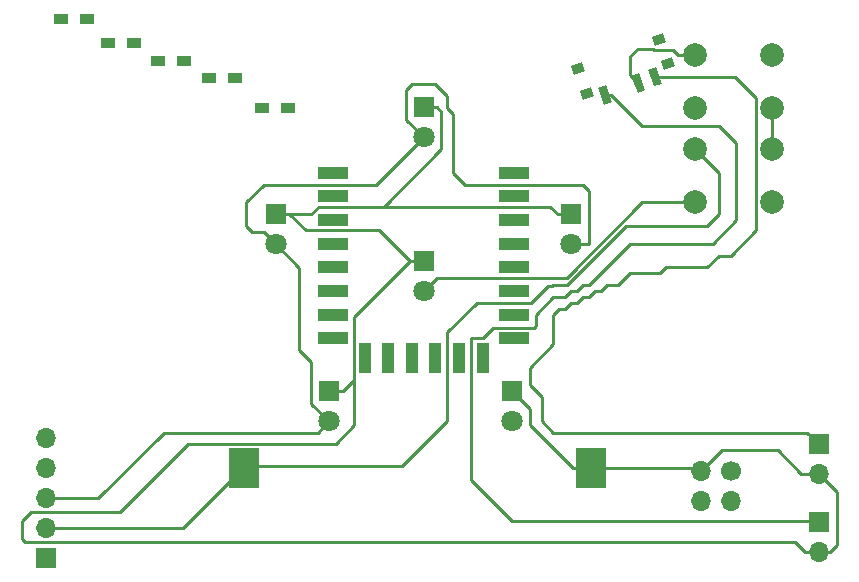
<source format=gbr>
G04 #@! TF.FileFunction,Copper,L2,Bot,Signal*
%FSLAX46Y46*%
G04 Gerber Fmt 4.6, Leading zero omitted, Abs format (unit mm)*
G04 Created by KiCad (PCBNEW 4.0.7) date 2018 August 25, Saturday 11:39:21*
%MOMM*%
%LPD*%
G01*
G04 APERTURE LIST*
%ADD10C,0.100000*%
%ADD11C,2.000000*%
%ADD12R,1.800000X1.800000*%
%ADD13C,1.800000*%
%ADD14C,1.700000*%
%ADD15O,1.700000X1.700000*%
%ADD16R,1.200000X0.900000*%
%ADD17R,2.500000X1.100000*%
%ADD18R,1.100000X2.500000*%
%ADD19R,1.700000X1.700000*%
%ADD20R,2.540000X3.510000*%
%ADD21C,0.250000*%
G04 APERTURE END LIST*
D10*
G36*
X51300693Y41274546D02*
X50787662Y42684085D01*
X51445447Y42923500D01*
X51958478Y41513961D01*
X51300693Y41274546D01*
X51300693Y41274546D01*
G37*
G36*
X54119771Y42300606D02*
X53606740Y43710145D01*
X54264525Y43949560D01*
X54777556Y42540021D01*
X54119771Y42300606D01*
X54119771Y42300606D01*
G37*
G36*
X55529310Y42813636D02*
X55016279Y44223175D01*
X55674064Y44462590D01*
X56187095Y43053051D01*
X55529310Y42813636D01*
X55529310Y42813636D01*
G37*
G36*
X48749705Y43751431D02*
X48476089Y44503185D01*
X49415781Y44845205D01*
X49689397Y44093451D01*
X48749705Y43751431D01*
X48749705Y43751431D01*
G37*
G36*
X55609461Y46248179D02*
X55335845Y46999933D01*
X56275537Y47341953D01*
X56549153Y46590199D01*
X55609461Y46248179D01*
X55609461Y46248179D01*
G37*
G36*
X56361906Y44180855D02*
X56088290Y44932609D01*
X57027982Y45274629D01*
X57301598Y44522875D01*
X56361906Y44180855D01*
X56361906Y44180855D01*
G37*
G36*
X49502150Y41684108D02*
X49228534Y42435862D01*
X50168226Y42777882D01*
X50441842Y42026128D01*
X49502150Y41684108D01*
X49502150Y41684108D01*
G37*
D11*
X65500000Y33000000D03*
X65500000Y37500000D03*
X59000000Y33000000D03*
X59000000Y37500000D03*
D12*
X48500000Y32000000D03*
D13*
X48500000Y29460000D03*
D12*
X43500000Y17000000D03*
D13*
X43500000Y14460000D03*
D12*
X28000000Y17000000D03*
D13*
X28000000Y14460000D03*
D12*
X23500000Y32000000D03*
D13*
X23500000Y29460000D03*
D14*
X62070000Y10270000D03*
D15*
X62070000Y7730000D03*
X59530000Y10270000D03*
X59530000Y7730000D03*
D12*
X36000000Y28040000D03*
D13*
X36000000Y25500000D03*
D11*
X59000000Y45500000D03*
X59000000Y41000000D03*
X65500000Y45500000D03*
X65500000Y41000000D03*
D12*
X36000000Y41040000D03*
D13*
X36000000Y38500000D03*
D16*
X22300000Y41000000D03*
X24500000Y41000000D03*
X20000000Y43500000D03*
X17800000Y43500000D03*
X15700000Y45000000D03*
X13500000Y45000000D03*
X11500000Y46500000D03*
X9300000Y46500000D03*
X7500000Y48500000D03*
X5300000Y48500000D03*
D17*
X43700000Y35500000D03*
X43700000Y33500000D03*
X43700000Y31500000D03*
X43700000Y29500000D03*
X43700000Y27500000D03*
X43700000Y25500000D03*
X43700000Y23500000D03*
X43700000Y21500000D03*
X28300000Y21500000D03*
X28300000Y23500000D03*
X28300000Y25500000D03*
X28300000Y27500000D03*
X28300000Y29500000D03*
X28300000Y31500000D03*
X28300000Y33500000D03*
X28300000Y35500000D03*
D18*
X41010000Y19800000D03*
X39010000Y19800000D03*
X37010000Y19800000D03*
X35010000Y19800000D03*
X33010000Y19800000D03*
X31010000Y19800000D03*
D19*
X4000000Y2880000D03*
D15*
X4000000Y5420000D03*
X4000000Y7960000D03*
X4000000Y10500000D03*
X4000000Y13040000D03*
D20*
X50180000Y10500000D03*
X20820000Y10500000D03*
D19*
X69500000Y5960000D03*
D15*
X69500000Y3420000D03*
D19*
X69500000Y12540000D03*
D15*
X69500000Y10000000D03*
D21*
X30134999Y17984999D02*
X30134999Y18000000D01*
X2784999Y6784999D02*
X10284999Y6784999D01*
X16080001Y12580001D02*
X28580001Y12580001D01*
X30134999Y18000000D02*
X30134999Y23324999D01*
X67472920Y4244999D02*
X2255001Y4244999D01*
X69500000Y3420000D02*
X68297919Y3420000D01*
X68297919Y3420000D02*
X67472920Y4244999D01*
X2255001Y4244999D02*
X2000000Y4500000D01*
X2000000Y6000000D02*
X2784999Y6784999D01*
X30134999Y14134999D02*
X30134999Y18000000D01*
X2000000Y4500000D02*
X2000000Y6000000D01*
X28580001Y12580001D02*
X30134999Y14134999D01*
X10284999Y6784999D02*
X16080001Y12580001D01*
X69500000Y10000000D02*
X71000000Y8500000D01*
X71000000Y8500000D02*
X71000000Y4000000D01*
X71000000Y4000000D02*
X70420000Y3420000D01*
X70420000Y3420000D02*
X69500000Y3420000D01*
X68324999Y10000000D02*
X68364999Y9960000D01*
X68364999Y9960000D02*
X69500000Y9960000D01*
X68000000Y10000000D02*
X68324999Y10000000D01*
X66000000Y12000000D02*
X68000000Y10000000D01*
X61260000Y12000000D02*
X66000000Y12000000D01*
X59530000Y10270000D02*
X61260000Y12000000D01*
X43500000Y17000000D02*
X45000000Y15500000D01*
X45000000Y15500000D02*
X45000000Y14160000D01*
X45000000Y14160000D02*
X48660000Y10500000D01*
X48660000Y10500000D02*
X50180000Y10500000D01*
X50180000Y10500000D02*
X59300000Y10500000D01*
X59300000Y10500000D02*
X59530000Y10270000D01*
X27124999Y32624999D02*
X32500000Y32624999D01*
X32500000Y32624999D02*
X32624999Y32624999D01*
X46725001Y32624999D02*
X32500000Y32624999D01*
X48500000Y32000000D02*
X47350000Y32000000D01*
X47350000Y32000000D02*
X46725001Y32624999D01*
X37500000Y37500000D02*
X37500000Y40690000D01*
X37500000Y40690000D02*
X37150000Y41040000D01*
X37150000Y41040000D02*
X36000000Y41040000D01*
X32624999Y32624999D02*
X37500000Y37500000D01*
X23500000Y32000000D02*
X26500000Y32000000D01*
X26500000Y32000000D02*
X27124999Y32624999D01*
X36000000Y28040000D02*
X34850000Y28040000D01*
X34850000Y28040000D02*
X32265001Y30624999D01*
X32265001Y30624999D02*
X26025001Y30624999D01*
X26025001Y30624999D02*
X24650000Y32000000D01*
X24650000Y32000000D02*
X23500000Y32000000D01*
X28000000Y17000000D02*
X29150000Y17000000D01*
X29150000Y17000000D02*
X30134999Y17984999D01*
X30134999Y23324999D02*
X34850000Y28040000D01*
X4000000Y5420000D02*
X15625000Y5420000D01*
X34215000Y10715000D02*
X38000000Y14500000D01*
X15625000Y5420000D02*
X20920000Y10715000D01*
X20920000Y10715000D02*
X34215000Y10715000D01*
X46500000Y25914998D02*
X46914998Y25914998D01*
X38000000Y14500000D02*
X38000000Y22000000D01*
X38000000Y22000000D02*
X40500000Y24500000D01*
X40500000Y24500000D02*
X45085002Y24500000D01*
X45085002Y24500000D02*
X46500000Y25914998D01*
X46914998Y25914998D02*
X47000000Y26000000D01*
X47000000Y26000000D02*
X48136410Y26000000D01*
X48136410Y26000000D02*
X53136410Y31000000D01*
X53136410Y31000000D02*
X55000000Y31000000D01*
X65500000Y37500000D02*
X65500000Y41000000D01*
X60000000Y31000000D02*
X61000000Y32000000D01*
X54000000Y31000000D02*
X60000000Y31000000D01*
X61000000Y32000000D02*
X61000000Y35500000D01*
X61000000Y35500000D02*
X59000000Y37500000D01*
X48124999Y26624999D02*
X54500000Y33000000D01*
X54500000Y33000000D02*
X59000000Y33000000D01*
X36000000Y25500000D02*
X37124999Y26624999D01*
X37124999Y26624999D02*
X48124999Y26624999D01*
X54125320Y46000000D02*
X55398006Y46000000D01*
X55398006Y46000000D02*
X55474837Y45923169D01*
X55474837Y45923169D02*
X57162618Y45923169D01*
X57162618Y45923169D02*
X57585787Y45500000D01*
X57585787Y45500000D02*
X59000000Y45500000D01*
X53500000Y43817231D02*
X53500000Y45374680D01*
X53500000Y45374680D02*
X54125320Y46000000D01*
X54192148Y43125083D02*
X53500000Y43817231D01*
X14000000Y13500000D02*
X27040000Y13500000D01*
X6460000Y7960000D02*
X8460000Y7960000D01*
X8460000Y7960000D02*
X14000000Y13500000D01*
X4000000Y7960000D02*
X6460000Y7960000D01*
X27040000Y13500000D02*
X28000000Y14460000D01*
X36000000Y38500000D02*
X34500000Y40000000D01*
X50000000Y34000000D02*
X50000000Y29500000D01*
X34500000Y40000000D02*
X34500000Y42500000D01*
X34500000Y42500000D02*
X35000000Y43000000D01*
X35000000Y43000000D02*
X37000000Y43000000D01*
X37000000Y43000000D02*
X38000000Y42000000D01*
X38500000Y35500000D02*
X39500000Y34500000D01*
X38000000Y42000000D02*
X38000000Y41000000D01*
X38000000Y41000000D02*
X38500000Y40500000D01*
X38500000Y40500000D02*
X38500000Y35500000D01*
X50000000Y29500000D02*
X49960000Y29460000D01*
X39500000Y34500000D02*
X49500000Y34500000D01*
X49500000Y34500000D02*
X50000000Y34000000D01*
X49960000Y29460000D02*
X48500000Y29460000D01*
X23500000Y29460000D02*
X22460000Y30500000D01*
X22500000Y34500000D02*
X32000000Y34500000D01*
X32000000Y34500000D02*
X36000000Y38500000D01*
X22460000Y30500000D02*
X21500000Y30500000D01*
X21500000Y30500000D02*
X21000000Y31000000D01*
X21000000Y31000000D02*
X21000000Y33000000D01*
X21000000Y33000000D02*
X22500000Y34500000D01*
X25500000Y20500000D02*
X25500000Y27460000D01*
X25500000Y27460000D02*
X23500000Y29460000D01*
X26500000Y19500000D02*
X25500000Y20500000D01*
X26500000Y15960000D02*
X26500000Y19500000D01*
X28000000Y14460000D02*
X26500000Y15960000D01*
X54500000Y39500000D02*
X61000000Y39500000D01*
X51373070Y42099023D02*
X51900977Y42099023D01*
X51900977Y42099023D02*
X54500000Y39500000D01*
X61000000Y39500000D02*
X62500000Y38000000D01*
X49000000Y25500000D02*
X48500000Y25500000D01*
X62500000Y38000000D02*
X62500000Y31500000D01*
X62500000Y31500000D02*
X60500000Y29500000D01*
X49500000Y26000000D02*
X49000000Y25500000D01*
X60500000Y29500000D02*
X53500000Y29500000D01*
X53500000Y29500000D02*
X50000000Y26000000D01*
X50000000Y26000000D02*
X49500000Y26000000D01*
X48000000Y25000000D02*
X47000000Y25000000D01*
X48500000Y25500000D02*
X48000000Y25000000D01*
X45500000Y22500000D02*
X45375001Y22375001D01*
X45500000Y23500000D02*
X45500000Y22500000D01*
X47000000Y25000000D02*
X45500000Y23500000D01*
X45375001Y22375001D02*
X41875001Y22375001D01*
X41875001Y22375001D02*
X41000000Y21500000D01*
X41000000Y21500000D02*
X40000000Y21500000D01*
X40000000Y21500000D02*
X40000000Y9500000D01*
X40000000Y9500000D02*
X43500000Y6000000D01*
X43500000Y6000000D02*
X69500000Y6000000D01*
X64174999Y41825001D02*
X64174999Y30674999D01*
X55601687Y43638113D02*
X62361887Y43638113D01*
X60000000Y27500000D02*
X56500000Y27500000D01*
X62361887Y43638113D02*
X64174999Y41825001D01*
X47000000Y13500000D02*
X68500000Y13500000D01*
X64174999Y30674999D02*
X62000000Y28500000D01*
X68500000Y13500000D02*
X69500000Y12500000D01*
X62000000Y28500000D02*
X61000000Y28500000D01*
X49000000Y24500000D02*
X48500000Y24500000D01*
X51000000Y25500000D02*
X50500000Y25500000D01*
X61000000Y28500000D02*
X60000000Y27500000D01*
X56500000Y27500000D02*
X56000000Y27000000D01*
X52500000Y26000000D02*
X51500000Y26000000D01*
X56000000Y27000000D02*
X53500000Y27000000D01*
X47000000Y21000000D02*
X45000000Y19000000D01*
X51500000Y26000000D02*
X51000000Y25500000D01*
X53500000Y27000000D02*
X52500000Y26000000D01*
X50500000Y25500000D02*
X50000000Y25000000D01*
X50000000Y25000000D02*
X49500000Y25000000D01*
X49500000Y25000000D02*
X49000000Y24500000D01*
X48500000Y24500000D02*
X48000000Y24000000D01*
X45000000Y17500000D02*
X46000000Y16500000D01*
X48000000Y24000000D02*
X47500000Y24000000D01*
X47500000Y24000000D02*
X47000000Y23500000D01*
X47000000Y23500000D02*
X47000000Y21000000D01*
X46000000Y14500000D02*
X47000000Y13500000D01*
X45000000Y19000000D02*
X45000000Y17500000D01*
X46000000Y16500000D02*
X46000000Y14500000D01*
M02*

</source>
